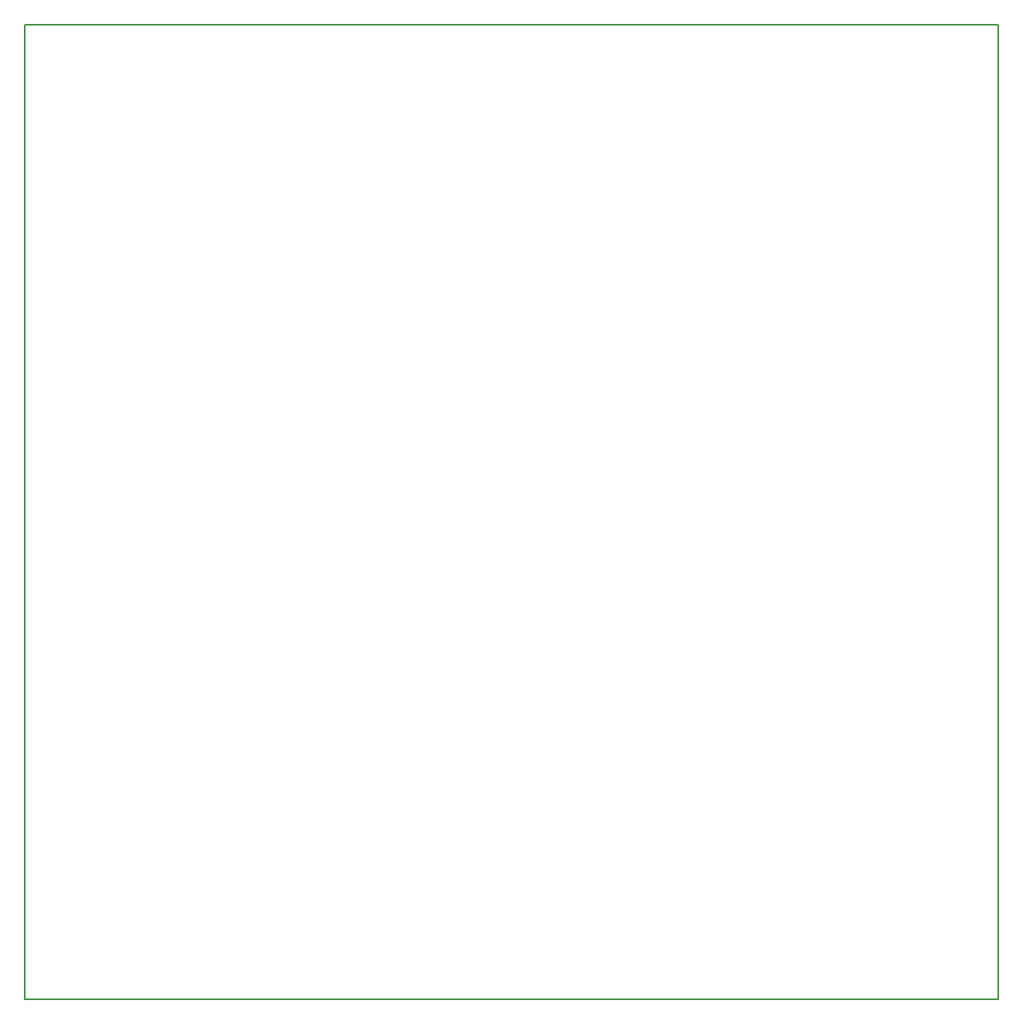
<source format=gbr>
G04 #@! TF.FileFunction,Profile,NP*
%FSLAX46Y46*%
G04 Gerber Fmt 4.6, Leading zero omitted, Abs format (unit mm)*
G04 Created by KiCad (PCBNEW 4.0.6) date 11/05/17 19:46:03*
%MOMM*%
%LPD*%
G01*
G04 APERTURE LIST*
%ADD10C,0.100000*%
%ADD11C,0.150000*%
G04 APERTURE END LIST*
D10*
D11*
X0Y0D02*
X99950000Y0D01*
X0Y-100000000D02*
X99950000Y-100000000D01*
X99950000Y0D02*
X99950000Y-100000000D01*
X0Y0D02*
X0Y-100000000D01*
M02*

</source>
